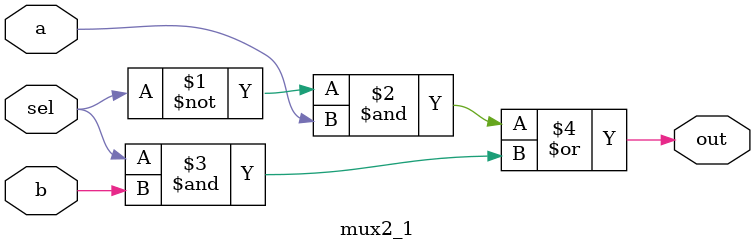
<source format=v>
`timescale 1ns / 1ps


module mux2_1(
    input a,
    input b,
    input sel,
    output out
    );
    assign out = (~sel&a) | (sel&b);
endmodule

</source>
